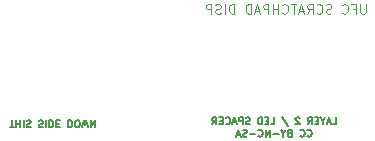
<source format=gbr>
G04 #@! TF.GenerationSoftware,KiCad,Pcbnew,(5.1.4)-1*
G04 #@! TF.CreationDate,2020-12-07T08:03:36-07:00*
G04 #@! TF.ProjectId,ufc_v4_scratchpad_layer2,7566635f-7634-45f7-9363-726174636870,rev?*
G04 #@! TF.SameCoordinates,Original*
G04 #@! TF.FileFunction,Legend,Bot*
G04 #@! TF.FilePolarity,Positive*
%FSLAX46Y46*%
G04 Gerber Fmt 4.6, Leading zero omitted, Abs format (unit mm)*
G04 Created by KiCad (PCBNEW (5.1.4)-1) date 2020-12-07 08:03:36*
%MOMM*%
%LPD*%
G04 APERTURE LIST*
%ADD10C,0.150000*%
%ADD11C,0.120000*%
G04 APERTURE END LIST*
D10*
X159251142Y-113054571D02*
X159594000Y-113054571D01*
X159422571Y-112454571D02*
X159422571Y-113054571D01*
X159794000Y-112454571D02*
X159794000Y-113054571D01*
X159794000Y-112768857D02*
X160136857Y-112768857D01*
X160136857Y-112454571D02*
X160136857Y-113054571D01*
X160422571Y-112454571D02*
X160422571Y-113054571D01*
X160679714Y-112483142D02*
X160765428Y-112454571D01*
X160908285Y-112454571D01*
X160965428Y-112483142D01*
X160994000Y-112511714D01*
X161022571Y-112568857D01*
X161022571Y-112626000D01*
X160994000Y-112683142D01*
X160965428Y-112711714D01*
X160908285Y-112740285D01*
X160794000Y-112768857D01*
X160736857Y-112797428D01*
X160708285Y-112826000D01*
X160679714Y-112883142D01*
X160679714Y-112940285D01*
X160708285Y-112997428D01*
X160736857Y-113026000D01*
X160794000Y-113054571D01*
X160936857Y-113054571D01*
X161022571Y-113026000D01*
X161708285Y-112483142D02*
X161794000Y-112454571D01*
X161936857Y-112454571D01*
X161994000Y-112483142D01*
X162022571Y-112511714D01*
X162051142Y-112568857D01*
X162051142Y-112626000D01*
X162022571Y-112683142D01*
X161994000Y-112711714D01*
X161936857Y-112740285D01*
X161822571Y-112768857D01*
X161765428Y-112797428D01*
X161736857Y-112826000D01*
X161708285Y-112883142D01*
X161708285Y-112940285D01*
X161736857Y-112997428D01*
X161765428Y-113026000D01*
X161822571Y-113054571D01*
X161965428Y-113054571D01*
X162051142Y-113026000D01*
X162308285Y-112454571D02*
X162308285Y-113054571D01*
X162594000Y-112454571D02*
X162594000Y-113054571D01*
X162736857Y-113054571D01*
X162822571Y-113026000D01*
X162879714Y-112968857D01*
X162908285Y-112911714D01*
X162936857Y-112797428D01*
X162936857Y-112711714D01*
X162908285Y-112597428D01*
X162879714Y-112540285D01*
X162822571Y-112483142D01*
X162736857Y-112454571D01*
X162594000Y-112454571D01*
X163194000Y-112768857D02*
X163394000Y-112768857D01*
X163479714Y-112454571D02*
X163194000Y-112454571D01*
X163194000Y-113054571D01*
X163479714Y-113054571D01*
X164194000Y-112454571D02*
X164194000Y-113054571D01*
X164336857Y-113054571D01*
X164422571Y-113026000D01*
X164479714Y-112968857D01*
X164508285Y-112911714D01*
X164536857Y-112797428D01*
X164536857Y-112711714D01*
X164508285Y-112597428D01*
X164479714Y-112540285D01*
X164422571Y-112483142D01*
X164336857Y-112454571D01*
X164194000Y-112454571D01*
X164908285Y-113054571D02*
X165022571Y-113054571D01*
X165079714Y-113026000D01*
X165136857Y-112968857D01*
X165165428Y-112854571D01*
X165165428Y-112654571D01*
X165136857Y-112540285D01*
X165079714Y-112483142D01*
X165022571Y-112454571D01*
X164908285Y-112454571D01*
X164851142Y-112483142D01*
X164794000Y-112540285D01*
X164765428Y-112654571D01*
X164765428Y-112854571D01*
X164794000Y-112968857D01*
X164851142Y-113026000D01*
X164908285Y-113054571D01*
X165365428Y-113054571D02*
X165508285Y-112454571D01*
X165622571Y-112883142D01*
X165736857Y-112454571D01*
X165879714Y-113054571D01*
X166108285Y-112454571D02*
X166108285Y-113054571D01*
X166451142Y-112454571D01*
X166451142Y-113054571D01*
X186580357Y-112788428D02*
X186866071Y-112788428D01*
X186866071Y-112188428D01*
X186408928Y-112617000D02*
X186123214Y-112617000D01*
X186466071Y-112788428D02*
X186266071Y-112188428D01*
X186066071Y-112788428D01*
X185751785Y-112502714D02*
X185751785Y-112788428D01*
X185951785Y-112188428D02*
X185751785Y-112502714D01*
X185551785Y-112188428D01*
X185351785Y-112474142D02*
X185151785Y-112474142D01*
X185066071Y-112788428D02*
X185351785Y-112788428D01*
X185351785Y-112188428D01*
X185066071Y-112188428D01*
X184466071Y-112788428D02*
X184666071Y-112502714D01*
X184808928Y-112788428D02*
X184808928Y-112188428D01*
X184580357Y-112188428D01*
X184523214Y-112217000D01*
X184494642Y-112245571D01*
X184466071Y-112302714D01*
X184466071Y-112388428D01*
X184494642Y-112445571D01*
X184523214Y-112474142D01*
X184580357Y-112502714D01*
X184808928Y-112502714D01*
X183780357Y-112245571D02*
X183751785Y-112217000D01*
X183694642Y-112188428D01*
X183551785Y-112188428D01*
X183494642Y-112217000D01*
X183466071Y-112245571D01*
X183437500Y-112302714D01*
X183437500Y-112359857D01*
X183466071Y-112445571D01*
X183808928Y-112788428D01*
X183437500Y-112788428D01*
X182294642Y-112159857D02*
X182808928Y-112931285D01*
X181351785Y-112788428D02*
X181637500Y-112788428D01*
X181637500Y-112188428D01*
X181151785Y-112474142D02*
X180951785Y-112474142D01*
X180866071Y-112788428D02*
X181151785Y-112788428D01*
X181151785Y-112188428D01*
X180866071Y-112188428D01*
X180608928Y-112788428D02*
X180608928Y-112188428D01*
X180466071Y-112188428D01*
X180380357Y-112217000D01*
X180323214Y-112274142D01*
X180294642Y-112331285D01*
X180266071Y-112445571D01*
X180266071Y-112531285D01*
X180294642Y-112645571D01*
X180323214Y-112702714D01*
X180380357Y-112759857D01*
X180466071Y-112788428D01*
X180608928Y-112788428D01*
X179580357Y-112759857D02*
X179494642Y-112788428D01*
X179351785Y-112788428D01*
X179294642Y-112759857D01*
X179266071Y-112731285D01*
X179237500Y-112674142D01*
X179237500Y-112617000D01*
X179266071Y-112559857D01*
X179294642Y-112531285D01*
X179351785Y-112502714D01*
X179466071Y-112474142D01*
X179523214Y-112445571D01*
X179551785Y-112417000D01*
X179580357Y-112359857D01*
X179580357Y-112302714D01*
X179551785Y-112245571D01*
X179523214Y-112217000D01*
X179466071Y-112188428D01*
X179323214Y-112188428D01*
X179237500Y-112217000D01*
X178980357Y-112788428D02*
X178980357Y-112188428D01*
X178751785Y-112188428D01*
X178694642Y-112217000D01*
X178666071Y-112245571D01*
X178637500Y-112302714D01*
X178637500Y-112388428D01*
X178666071Y-112445571D01*
X178694642Y-112474142D01*
X178751785Y-112502714D01*
X178980357Y-112502714D01*
X178408928Y-112617000D02*
X178123214Y-112617000D01*
X178466071Y-112788428D02*
X178266071Y-112188428D01*
X178066071Y-112788428D01*
X177523214Y-112731285D02*
X177551785Y-112759857D01*
X177637500Y-112788428D01*
X177694642Y-112788428D01*
X177780357Y-112759857D01*
X177837500Y-112702714D01*
X177866071Y-112645571D01*
X177894642Y-112531285D01*
X177894642Y-112445571D01*
X177866071Y-112331285D01*
X177837500Y-112274142D01*
X177780357Y-112217000D01*
X177694642Y-112188428D01*
X177637500Y-112188428D01*
X177551785Y-112217000D01*
X177523214Y-112245571D01*
X177266071Y-112474142D02*
X177066071Y-112474142D01*
X176980357Y-112788428D02*
X177266071Y-112788428D01*
X177266071Y-112188428D01*
X176980357Y-112188428D01*
X176380357Y-112788428D02*
X176580357Y-112502714D01*
X176723214Y-112788428D02*
X176723214Y-112188428D01*
X176494642Y-112188428D01*
X176437500Y-112217000D01*
X176408928Y-112245571D01*
X176380357Y-112302714D01*
X176380357Y-112388428D01*
X176408928Y-112445571D01*
X176437500Y-112474142D01*
X176494642Y-112502714D01*
X176723214Y-112502714D01*
X184437500Y-113781285D02*
X184466071Y-113809857D01*
X184551785Y-113838428D01*
X184608928Y-113838428D01*
X184694642Y-113809857D01*
X184751785Y-113752714D01*
X184780357Y-113695571D01*
X184808928Y-113581285D01*
X184808928Y-113495571D01*
X184780357Y-113381285D01*
X184751785Y-113324142D01*
X184694642Y-113267000D01*
X184608928Y-113238428D01*
X184551785Y-113238428D01*
X184466071Y-113267000D01*
X184437500Y-113295571D01*
X183837500Y-113781285D02*
X183866071Y-113809857D01*
X183951785Y-113838428D01*
X184008928Y-113838428D01*
X184094642Y-113809857D01*
X184151785Y-113752714D01*
X184180357Y-113695571D01*
X184208928Y-113581285D01*
X184208928Y-113495571D01*
X184180357Y-113381285D01*
X184151785Y-113324142D01*
X184094642Y-113267000D01*
X184008928Y-113238428D01*
X183951785Y-113238428D01*
X183866071Y-113267000D01*
X183837500Y-113295571D01*
X182923214Y-113524142D02*
X182837500Y-113552714D01*
X182808928Y-113581285D01*
X182780357Y-113638428D01*
X182780357Y-113724142D01*
X182808928Y-113781285D01*
X182837500Y-113809857D01*
X182894642Y-113838428D01*
X183123214Y-113838428D01*
X183123214Y-113238428D01*
X182923214Y-113238428D01*
X182866071Y-113267000D01*
X182837500Y-113295571D01*
X182808928Y-113352714D01*
X182808928Y-113409857D01*
X182837500Y-113467000D01*
X182866071Y-113495571D01*
X182923214Y-113524142D01*
X183123214Y-113524142D01*
X182408928Y-113552714D02*
X182408928Y-113838428D01*
X182608928Y-113238428D02*
X182408928Y-113552714D01*
X182208928Y-113238428D01*
X182008928Y-113609857D02*
X181551785Y-113609857D01*
X181266071Y-113838428D02*
X181266071Y-113238428D01*
X180923214Y-113838428D01*
X180923214Y-113238428D01*
X180294642Y-113781285D02*
X180323214Y-113809857D01*
X180408928Y-113838428D01*
X180466071Y-113838428D01*
X180551785Y-113809857D01*
X180608928Y-113752714D01*
X180637500Y-113695571D01*
X180666071Y-113581285D01*
X180666071Y-113495571D01*
X180637500Y-113381285D01*
X180608928Y-113324142D01*
X180551785Y-113267000D01*
X180466071Y-113238428D01*
X180408928Y-113238428D01*
X180323214Y-113267000D01*
X180294642Y-113295571D01*
X180037500Y-113609857D02*
X179580357Y-113609857D01*
X179323214Y-113809857D02*
X179237500Y-113838428D01*
X179094642Y-113838428D01*
X179037500Y-113809857D01*
X179008928Y-113781285D01*
X178980357Y-113724142D01*
X178980357Y-113667000D01*
X179008928Y-113609857D01*
X179037500Y-113581285D01*
X179094642Y-113552714D01*
X179208928Y-113524142D01*
X179266071Y-113495571D01*
X179294642Y-113467000D01*
X179323214Y-113409857D01*
X179323214Y-113352714D01*
X179294642Y-113295571D01*
X179266071Y-113267000D01*
X179208928Y-113238428D01*
X179066071Y-113238428D01*
X178980357Y-113267000D01*
X178751785Y-113667000D02*
X178466071Y-113667000D01*
X178808928Y-113838428D02*
X178608928Y-113238428D01*
X178408928Y-113838428D01*
D11*
X189380357Y-102603904D02*
X189380357Y-103251523D01*
X189342261Y-103327714D01*
X189304166Y-103365809D01*
X189227976Y-103403904D01*
X189075595Y-103403904D01*
X188999404Y-103365809D01*
X188961309Y-103327714D01*
X188923214Y-103251523D01*
X188923214Y-102603904D01*
X188275595Y-102984857D02*
X188542261Y-102984857D01*
X188542261Y-103403904D02*
X188542261Y-102603904D01*
X188161309Y-102603904D01*
X187399404Y-103327714D02*
X187437500Y-103365809D01*
X187551785Y-103403904D01*
X187627976Y-103403904D01*
X187742261Y-103365809D01*
X187818452Y-103289619D01*
X187856547Y-103213428D01*
X187894642Y-103061047D01*
X187894642Y-102946761D01*
X187856547Y-102794380D01*
X187818452Y-102718190D01*
X187742261Y-102642000D01*
X187627976Y-102603904D01*
X187551785Y-102603904D01*
X187437500Y-102642000D01*
X187399404Y-102680095D01*
X186485119Y-103365809D02*
X186370833Y-103403904D01*
X186180357Y-103403904D01*
X186104166Y-103365809D01*
X186066071Y-103327714D01*
X186027976Y-103251523D01*
X186027976Y-103175333D01*
X186066071Y-103099142D01*
X186104166Y-103061047D01*
X186180357Y-103022952D01*
X186332738Y-102984857D01*
X186408928Y-102946761D01*
X186447023Y-102908666D01*
X186485119Y-102832476D01*
X186485119Y-102756285D01*
X186447023Y-102680095D01*
X186408928Y-102642000D01*
X186332738Y-102603904D01*
X186142261Y-102603904D01*
X186027976Y-102642000D01*
X185227976Y-103327714D02*
X185266071Y-103365809D01*
X185380357Y-103403904D01*
X185456547Y-103403904D01*
X185570833Y-103365809D01*
X185647023Y-103289619D01*
X185685119Y-103213428D01*
X185723214Y-103061047D01*
X185723214Y-102946761D01*
X185685119Y-102794380D01*
X185647023Y-102718190D01*
X185570833Y-102642000D01*
X185456547Y-102603904D01*
X185380357Y-102603904D01*
X185266071Y-102642000D01*
X185227976Y-102680095D01*
X184427976Y-103403904D02*
X184694642Y-103022952D01*
X184885119Y-103403904D02*
X184885119Y-102603904D01*
X184580357Y-102603904D01*
X184504166Y-102642000D01*
X184466071Y-102680095D01*
X184427976Y-102756285D01*
X184427976Y-102870571D01*
X184466071Y-102946761D01*
X184504166Y-102984857D01*
X184580357Y-103022952D01*
X184885119Y-103022952D01*
X184123214Y-103175333D02*
X183742261Y-103175333D01*
X184199404Y-103403904D02*
X183932738Y-102603904D01*
X183666071Y-103403904D01*
X183513690Y-102603904D02*
X183056547Y-102603904D01*
X183285119Y-103403904D02*
X183285119Y-102603904D01*
X182332738Y-103327714D02*
X182370833Y-103365809D01*
X182485119Y-103403904D01*
X182561309Y-103403904D01*
X182675595Y-103365809D01*
X182751785Y-103289619D01*
X182789880Y-103213428D01*
X182827976Y-103061047D01*
X182827976Y-102946761D01*
X182789880Y-102794380D01*
X182751785Y-102718190D01*
X182675595Y-102642000D01*
X182561309Y-102603904D01*
X182485119Y-102603904D01*
X182370833Y-102642000D01*
X182332738Y-102680095D01*
X181989880Y-103403904D02*
X181989880Y-102603904D01*
X181989880Y-102984857D02*
X181532738Y-102984857D01*
X181532738Y-103403904D02*
X181532738Y-102603904D01*
X181151785Y-103403904D02*
X181151785Y-102603904D01*
X180847023Y-102603904D01*
X180770833Y-102642000D01*
X180732738Y-102680095D01*
X180694642Y-102756285D01*
X180694642Y-102870571D01*
X180732738Y-102946761D01*
X180770833Y-102984857D01*
X180847023Y-103022952D01*
X181151785Y-103022952D01*
X180389880Y-103175333D02*
X180008928Y-103175333D01*
X180466071Y-103403904D02*
X180199404Y-102603904D01*
X179932738Y-103403904D01*
X179666071Y-103403904D02*
X179666071Y-102603904D01*
X179475595Y-102603904D01*
X179361309Y-102642000D01*
X179285119Y-102718190D01*
X179247023Y-102794380D01*
X179208928Y-102946761D01*
X179208928Y-103061047D01*
X179247023Y-103213428D01*
X179285119Y-103289619D01*
X179361309Y-103365809D01*
X179475595Y-103403904D01*
X179666071Y-103403904D01*
X178256547Y-103403904D02*
X178256547Y-102603904D01*
X178066071Y-102603904D01*
X177951785Y-102642000D01*
X177875595Y-102718190D01*
X177837500Y-102794380D01*
X177799404Y-102946761D01*
X177799404Y-103061047D01*
X177837500Y-103213428D01*
X177875595Y-103289619D01*
X177951785Y-103365809D01*
X178066071Y-103403904D01*
X178256547Y-103403904D01*
X177456547Y-103403904D02*
X177456547Y-102603904D01*
X177113690Y-103365809D02*
X176999404Y-103403904D01*
X176808928Y-103403904D01*
X176732738Y-103365809D01*
X176694642Y-103327714D01*
X176656547Y-103251523D01*
X176656547Y-103175333D01*
X176694642Y-103099142D01*
X176732738Y-103061047D01*
X176808928Y-103022952D01*
X176961309Y-102984857D01*
X177037500Y-102946761D01*
X177075595Y-102908666D01*
X177113690Y-102832476D01*
X177113690Y-102756285D01*
X177075595Y-102680095D01*
X177037500Y-102642000D01*
X176961309Y-102603904D01*
X176770833Y-102603904D01*
X176656547Y-102642000D01*
X176313690Y-103403904D02*
X176313690Y-102603904D01*
X176008928Y-102603904D01*
X175932738Y-102642000D01*
X175894642Y-102680095D01*
X175856547Y-102756285D01*
X175856547Y-102870571D01*
X175894642Y-102946761D01*
X175932738Y-102984857D01*
X176008928Y-103022952D01*
X176313690Y-103022952D01*
M02*

</source>
